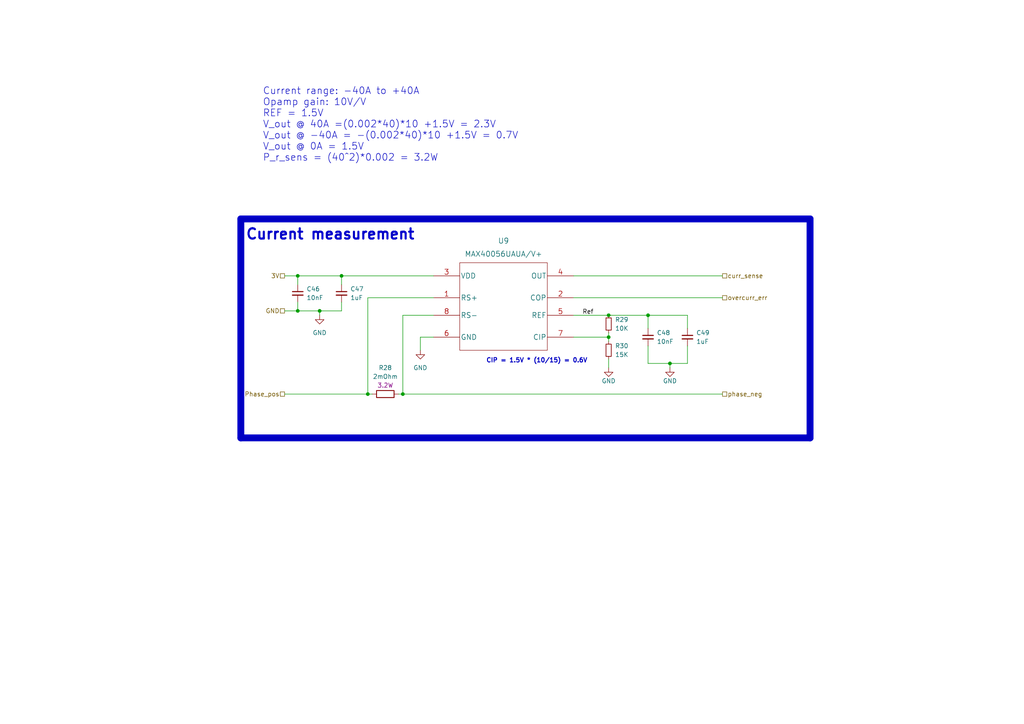
<source format=kicad_sch>
(kicad_sch (version 20211123) (generator eeschema)
  (paper "A4")
  (title_block (title "Current measurement") (date "2022-08-13") (rev "1"))
  (lib_symbols
    (symbol "Device:C_Small" (pin_numbers hide) (pin_names (offset 0.254) hide)
      (property "Reference" "C" (at 0.254 1.778 0))
      (property "Value" "C_Small" (at 0.254 -2.032 0))
      (symbol "C_Small_0_1"
        (polyline (pts (xy -1.524 -0.508) (xy 1.524 -0.508)) (stroke (width 0.3302)))
        (polyline (pts (xy -1.524 0.508) (xy 1.524 0.508)) (stroke (width 0.3048)))
      )
      (symbol "C_Small_1_1"
        (pin passive line (at 0 2.54 270) (length 2.032) (name "~") (number "1"))
        (pin passive line (at 0 -2.54 90) (length 2.032) (name "~") (number "2"))
      )
    )
    (symbol "Device:R" (pin_numbers hide) (pin_names (offset 0))
      (property "Reference" "R" (at 2.032 0 90))
      (property "Value" "R" (at 0 0 90))
      (symbol "R_0_1"
        (rectangle (start -1.016 -2.54) (end 1.016 2.54) (stroke (width 0.254)))
      )
      (symbol "R_1_1"
        (pin passive line (at 0 3.81 270) (length 1.27) (name "~") (number "1"))
        (pin passive line (at 0 -3.81 90) (length 1.27) (name "~") (number "2"))
      )
    )
    (symbol "Device:R_Small" (pin_numbers hide) (pin_names (offset 0.254) hide)
      (property "Reference" "R" (at 0.762 0.508 0))
      (property "Value" "R_Small" (at 0.762 -1.016 0))
      (symbol "R_Small_0_1"
        (rectangle (start -0.762 1.778) (end 0.762 -1.778) (stroke (width 0.2032)))
      )
      (symbol "R_Small_1_1"
        (pin passive line (at 0 2.54 270) (length 0.762) (name "~") (number "1"))
        (pin passive line (at 0 -2.54 90) (length 0.762) (name "~") (number "2"))
      )
    )
    (symbol "MAX40056UAUA:MAX40056UAUA{slash}V+" (pin_names (offset 0.254))
      (property "Reference" "U?" (at 20.32 11.43 0))
      (property "Value" "MAX40056UAUA/V+" (at 20.32 7.62 0))
      (symbol "MAX40056UAUA{slash}V+_1_1"
        (polyline (pts (xy 7.62 -20.32) (xy 33.02 -20.32)) (stroke (width 0.127)))
        (polyline (pts (xy 7.62 5.08) (xy 7.62 -20.32)) (stroke (width 0.127)))
        (polyline (pts (xy 33.02 -20.32) (xy 33.02 5.08)) (stroke (width 0.127)))
        (polyline (pts (xy 33.02 5.08) (xy 7.62 5.08)) (stroke (width 0.127)))
        (pin input line (at 0 -5.08 0) (length 7.62) (name "RS+") (number "1"))
        (pin output line (at 40.64 -5.08 180) (length 7.62) (name "COP") (number "2"))
        (pin power_in line (at 0 1.27 0) (length 7.62) (name "VDD") (number "3"))
        (pin output line (at 40.64 1.27 180) (length 7.62) (name "OUT") (number "4"))
        (pin output line (at 40.64 -10.16 180) (length 7.62) (name "REF") (number "5"))
        (pin power_in line (at 0 -16.51 0) (length 7.62) (name "GND") (number "6"))
        (pin input line (at 40.64 -16.51 180) (length 7.62) (name "CIP") (number "7"))
        (pin input line (at 0 -10.16 0) (length 7.62) (name "RS-") (number "8"))
      )
    )
    (symbol "power:GND" (power) (pin_names (offset 0))
      (property "Value" "GND" (at 0 -3.81 0))
      (symbol "GND_0_1"
        (polyline (pts (xy 0 0) (xy 0 -1.27) (xy 1.27 -1.27) (xy 0 -2.54) (xy -1.27 -1.27) (xy 0 -1.27)))
      )
      (symbol "GND_1_1"
        (pin power_in line (at 0 0 270) (length 0) hide (name "GND") (number "1"))
      )
    )
  )
  (junction (at 99.06 80.01))
  (junction (at 116.84 114.3))
  (junction (at 86.36 80.01))
  (junction (at 194.31 105.41))
  (junction (at 176.53 91.44))
  (junction (at 187.96 91.44))
  (junction (at 86.36 90.17))
  (junction (at 92.71 90.17))
  (junction (at 106.68 114.3))
  (junction (at 176.53 97.79))
  (wire (pts (xy 166.37 97.79) (xy 176.53 97.79)))
  (wire (pts (xy 125.73 97.79) (xy 121.92 97.79)))
  (polyline (pts (xy 234.95 127) (xy 234.95 63.5)) (stroke (width 2) (type solid)))
  (wire (pts (xy 106.68 86.36) (xy 125.73 86.36)))
  (wire (pts (xy 116.84 114.3) (xy 209.55 114.3)))
  (wire (pts (xy 176.53 104.14) (xy 176.53 106.68)))
  (wire (pts (xy 86.36 90.17) (xy 86.36 87.63)))
  (wire (pts (xy 86.36 80.01) (xy 99.06 80.01)))
  (wire (pts (xy 187.96 100.33) (xy 187.96 105.41)))
  (wire (pts (xy 92.71 90.17) (xy 92.71 91.44)))
  (wire (pts (xy 187.96 91.44) (xy 199.39 91.44)))
  (wire (pts (xy 106.68 114.3) (xy 106.68 86.36)))
  (wire (pts (xy 82.55 114.3) (xy 106.68 114.3)))
  (wire (pts (xy 176.53 91.44) (xy 187.96 91.44)))
  (wire (pts (xy 106.68 114.3) (xy 107.95 114.3)))
  (polyline (pts (xy 69.85 63.5) (xy 69.85 127)) (stroke (width 2) (type solid)))
  (wire (pts (xy 187.96 105.41) (xy 194.31 105.41)))
  (wire (pts (xy 92.71 90.17) (xy 86.36 90.17)))
  (wire (pts (xy 199.39 91.44) (xy 199.39 95.25)))
  (wire (pts (xy 199.39 100.33) (xy 199.39 105.41)))
  (wire (pts (xy 116.84 114.3) (xy 116.84 91.44)))
  (wire (pts (xy 82.55 90.17) (xy 86.36 90.17)))
  (wire (pts (xy 187.96 91.44) (xy 187.96 95.25)))
  (wire (pts (xy 115.57 114.3) (xy 116.84 114.3)))
  (polyline (pts (xy 69.85 127) (xy 234.95 127)) (stroke (width 2) (type solid)))
  (wire (pts (xy 86.36 80.01) (xy 86.36 82.55)))
  (wire (pts (xy 99.06 80.01) (xy 99.06 82.55)))
  (wire (pts (xy 176.53 96.52) (xy 176.53 97.79)))
  (wire (pts (xy 99.06 87.63) (xy 99.06 90.17)))
  (wire (pts (xy 99.06 90.17) (xy 92.71 90.17)))
  (wire (pts (xy 121.92 97.79) (xy 121.92 101.6)))
  (wire (pts (xy 176.53 97.79) (xy 176.53 99.06)))
  (wire (pts (xy 194.31 105.41) (xy 194.31 106.68)))
  (wire (pts (xy 166.37 86.36) (xy 209.55 86.36)))
  (wire (pts (xy 116.84 91.44) (xy 125.73 91.44)))
  (wire (pts (xy 82.55 80.01) (xy 86.36 80.01)))
  (wire (pts (xy 166.37 80.01) (xy 209.55 80.01)))
  (polyline (pts (xy 69.85 63.5) (xy 234.95 63.5)) (stroke (width 2) (type solid)))
  (wire (pts (xy 99.06 80.01) (xy 125.73 80.01)))
  (wire (pts (xy 166.37 91.44) (xy 176.53 91.44)))
  (wire (pts (xy 199.39 105.41) (xy 194.31 105.41)))
  (text "Current measurement" (at 71.12 69.85 0) (effects (font (size 3 3) bold) (justify left bottom)))
  (text "CIP = 1.5V * (10/15) = 0.6V" (at 140.97 105.41 0) (effects (font (size 1.27 1.27) bold) (justify left bottom)))
  (text "Current range: -40A to +40A\nOpamp gain: 10V/V\nREF = 1.5V\nV_out @ 40A =(0.002*40)*10 +1.5V = 2.3V\nV_out @ -40A = -(0.002*40)*10 +1.5V = 0.7V\nV_out @ 0A = 1.5V\nP_r_sens = (40^2)*0.002 = 3.2W" (at 76.2 46.99 0) (effects (font (size 2 2)) (justify left bottom)))
  (label "Ref" (at 168.91 91.44 0))
  (hierarchical_label "Phase_pos" (shape passive) (at 82.55 114.3 180))
  (hierarchical_label "curr_sense" (shape passive) (at 209.55 80.01 0))
  (hierarchical_label "GND" (shape passive) (at 82.55 90.17 180))
  (hierarchical_label "overcurr_err" (shape passive) (at 209.55 86.36 0))
  (hierarchical_label "phase_neg" (shape passive) (at 209.55 114.3 0))
  (hierarchical_label "3V" (shape passive) (at 82.55 80.01 180))
  (symbol (lib_id "power:GND") (at 92.71 91.44 0) (unit 1)
    (property "Reference" "#PWR089" (effects hide))
    (property "Value" "GND" (at 92.71 96.52 0))
  )
  (symbol (lib_id "Device:C_Small") (at 187.96 97.79 0) (unit 1)
    (property "Reference" "C48" (at 190.5 96.5262 0) (effects (justify left)))
    (property "Value" "10nF" (at 190.5 99.0662 0) (effects (justify left)))
    (property "Footprint" "Capacitor_SMD:C_0603_1608Metric" (effects hide))
  )
  (symbol (lib_id "Device:C_Small") (at 99.06 85.09 0) (unit 1)
    (property "Reference" "C47" (at 101.6 83.8262 0) (effects (justify left)))
    (property "Value" "1uF" (at 101.6 86.3662 0) (effects (justify left)))
    (property "Footprint" "Capacitor_SMD:C_0603_1608Metric" (effects hide))
  )
  (symbol (lib_id "Device:R") (at 111.76 114.3 90) (unit 1)
    (property "Reference" "R28" (at 111.76 106.68 90))
    (property "Value" "2mOhm" (at 111.76 109.22 90))
    (property "Footprint" "WSHP28182L000FEA:WSHM28185L000FEA" (effects hide))
    (property "Datasheet" "https://www.vishay.com/docs/30347/wshp2818.pdf" (effects hide))
    (property "P_rating" "3.2W" (at 111.76 111.76 90))
    (property "Part no" "WSHM28182L000FEA" (effects hide))
  )
  (symbol (lib_id "Device:R_Small") (at 176.53 93.98 0) (unit 1)
    (property "Reference" "R29" (at 180.34 92.71 0))
    (property "Value" "10K" (at 180.34 95.25 0))
    (property "Footprint" "Resistor_SMD:R_0603_1608Metric" (effects hide))
  )
  (symbol (lib_id "MAX40056UAUA:MAX40056UAUA{slash}V+") (at 125.73 81.28 0) (unit 1)
    (property "Reference" "U9" (at 146.05 69.85 0) (effects (font (size 1.524 1.524))))
    (property "Value" "MAX40056UAUA/V+" (at 146.05 73.66 0) (effects (font (size 1.524 1.524))))
    (property "Footprint" "MAX40056UAUA:MAX40056UAUA&slash_V&plus_" (effects hide))
    (property "Datasheet" "https://datasheets.maximintegrated.com/en/ds/MAX40056F-MAX40056U.pdf" (effects hide))
  )
  (symbol (lib_id "power:GND") (at 194.31 106.68 0) (unit 1)
    (property "Reference" "#PWR092" (effects hide))
    (property "Value" "GND" (at 194.31 110.49 0))
  )
  (symbol (lib_id "power:GND") (at 176.53 106.68 0) (unit 1)
    (property "Reference" "#PWR091" (effects hide))
    (property "Value" "GND" (at 176.53 110.49 0))
  )
  (symbol (lib_id "Device:C_Small") (at 86.36 85.09 0) (unit 1)
    (property "Reference" "C46" (at 88.9 83.8262 0) (effects (justify left)))
    (property "Value" "10nF" (at 88.9 86.3662 0) (effects (justify left)))
    (property "Footprint" "Capacitor_SMD:C_0603_1608Metric" (effects hide))
  )
  (symbol (lib_id "Device:R_Small") (at 176.53 101.6 0) (unit 1)
    (property "Reference" "R30" (at 180.34 100.33 0))
    (property "Value" "15K" (at 180.34 102.87 0))
    (property "Footprint" "Resistor_SMD:R_0603_1608Metric" (effects hide))
  )
  (symbol (lib_id "Device:C_Small") (at 199.39 97.79 0) (unit 1)
    (property "Reference" "C49" (at 201.93 96.5262 0) (effects (justify left)))
    (property "Value" "1uF" (at 201.93 99.0662 0) (effects (justify left)))
    (property "Footprint" "Capacitor_SMD:C_0603_1608Metric" (effects hide))
  )
  (symbol (lib_id "power:GND") (at 121.92 101.6 0) (unit 1)
    (property "Reference" "#PWR090" (effects hide))
    (property "Value" "GND" (at 121.92 106.68 0))
  )
)
</source>
